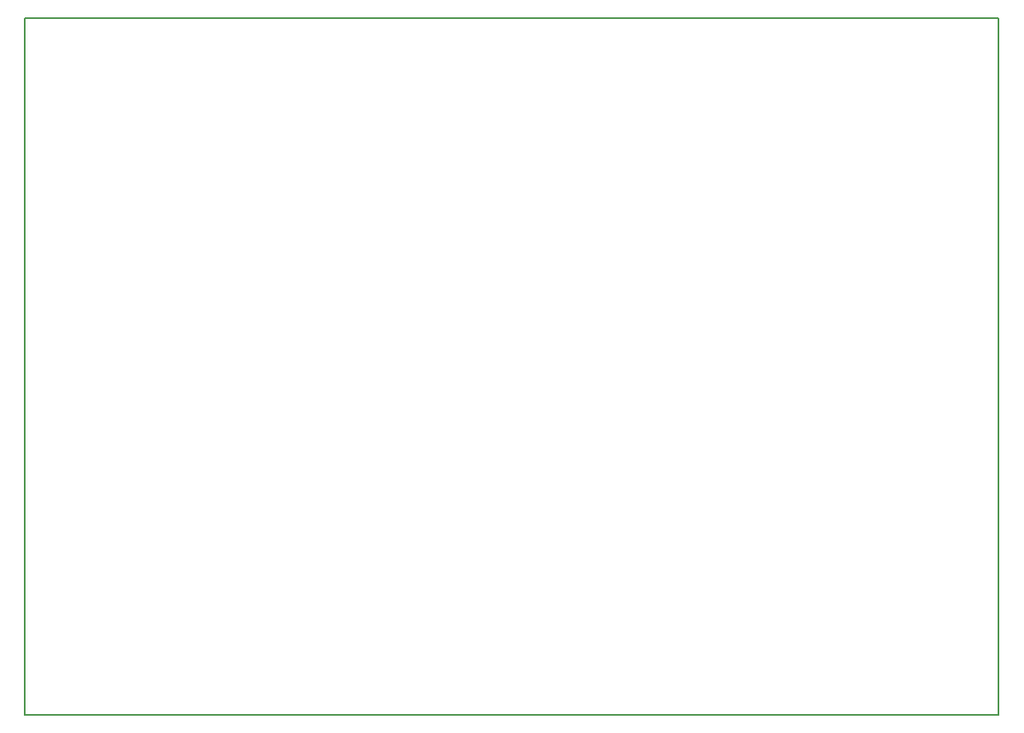
<source format=gbr>
G04*
G04 #@! TF.GenerationSoftware,Altium Limited,Altium Designer,23.10.1 (27)*
G04*
G04 Layer_Color=16711935*
%FSLAX44Y44*%
%MOMM*%
G71*
G04*
G04 #@! TF.SameCoordinates,671930CB-C111-41D6-978D-B382350784AC*
G04*
G04*
G04 #@! TF.FilePolarity,Positive*
G04*
G01*
G75*
%ADD41C,0.1270*%
D41*
X999998Y716280D02*
X999998Y0D01*
X0D02*
X999998D01*
X0D02*
Y716280D01*
X999998D01*
M02*

</source>
